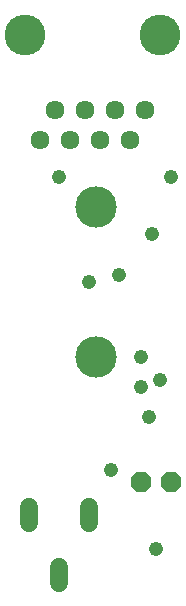
<source format=gbs>
G75*
%MOIN*%
%OFA0B0*%
%FSLAX24Y24*%
%IPPOS*%
%LPD*%
%AMOC8*
5,1,8,0,0,1.08239X$1,22.5*
%
%ADD10C,0.1380*%
%ADD11C,0.0634*%
%ADD12C,0.1360*%
%ADD13C,0.0600*%
%ADD14OC8,0.0674*%
%ADD15C,0.0476*%
D10*
X003680Y008555D03*
X003680Y013555D03*
D11*
X003805Y015805D03*
X002805Y015805D03*
X001805Y015805D03*
X002305Y016805D03*
X003305Y016805D03*
X004305Y016805D03*
X005305Y016805D03*
X004805Y015805D03*
D12*
X005805Y019305D03*
X001305Y019305D03*
D13*
X002430Y001565D02*
X002430Y001045D01*
X001430Y003045D02*
X001430Y003565D01*
X003430Y003565D02*
X003430Y003045D01*
D14*
X005180Y004405D03*
X006180Y004405D03*
D15*
X004180Y004805D03*
X005430Y006555D03*
X005180Y007555D03*
X005805Y007805D03*
X005180Y008555D03*
X003430Y011055D03*
X004430Y011305D03*
X005555Y012680D03*
X006180Y014555D03*
X002430Y014555D03*
X005680Y002180D03*
M02*

</source>
